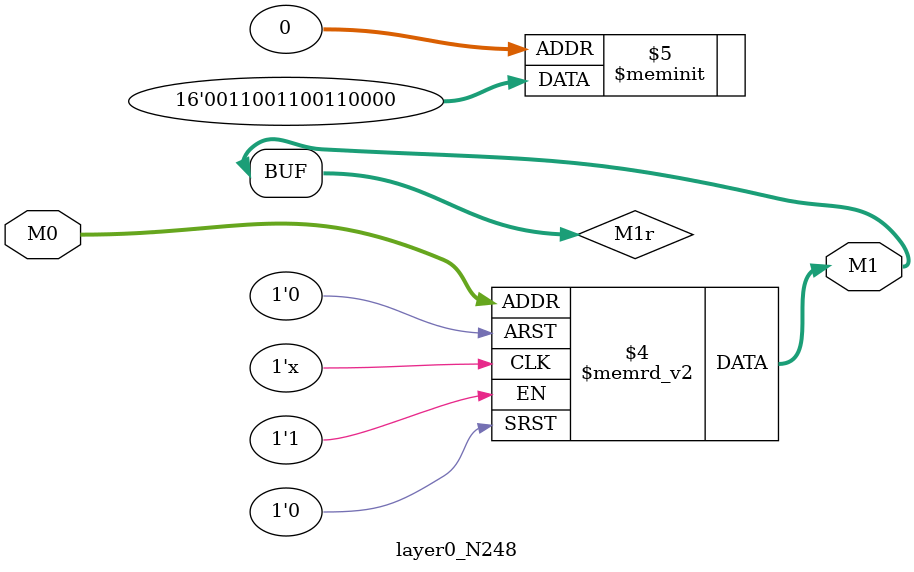
<source format=v>
module layer0_N248 ( input [2:0] M0, output [1:0] M1 );

	(*rom_style = "distributed" *) reg [1:0] M1r;
	assign M1 = M1r;
	always @ (M0) begin
		case (M0)
			3'b000: M1r = 2'b00;
			3'b100: M1r = 2'b11;
			3'b010: M1r = 2'b11;
			3'b110: M1r = 2'b11;
			3'b001: M1r = 2'b00;
			3'b101: M1r = 2'b00;
			3'b011: M1r = 2'b00;
			3'b111: M1r = 2'b00;

		endcase
	end
endmodule

</source>
